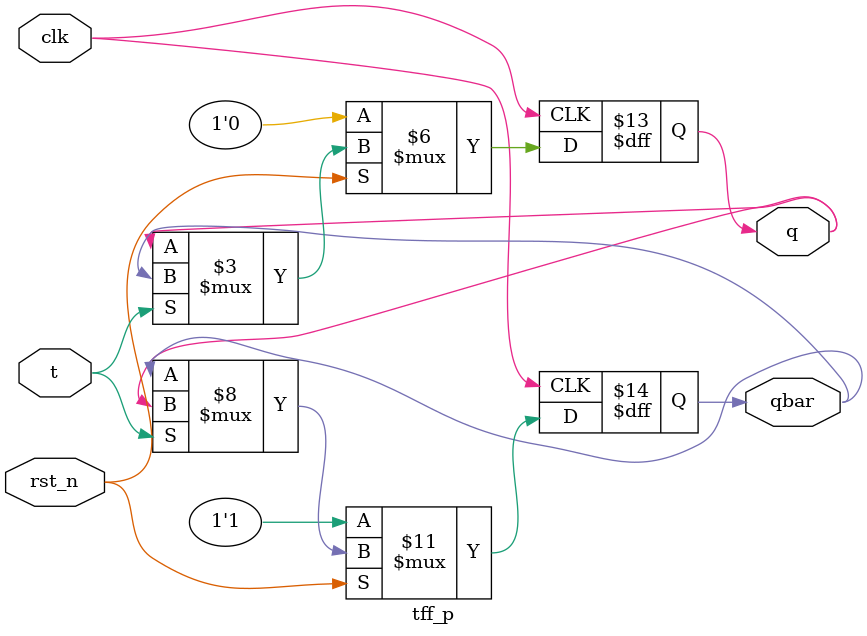
<source format=v>
module tff_p(output reg q, qbar, input clk, rst_n, t);
    always @(posedge clk) begin
        if(~rst_n)
            {q, qbar} <= 2'b01;
        else
            if (t)
                {q, qbar} <= {qbar, q};
    end
endmodule
</source>
